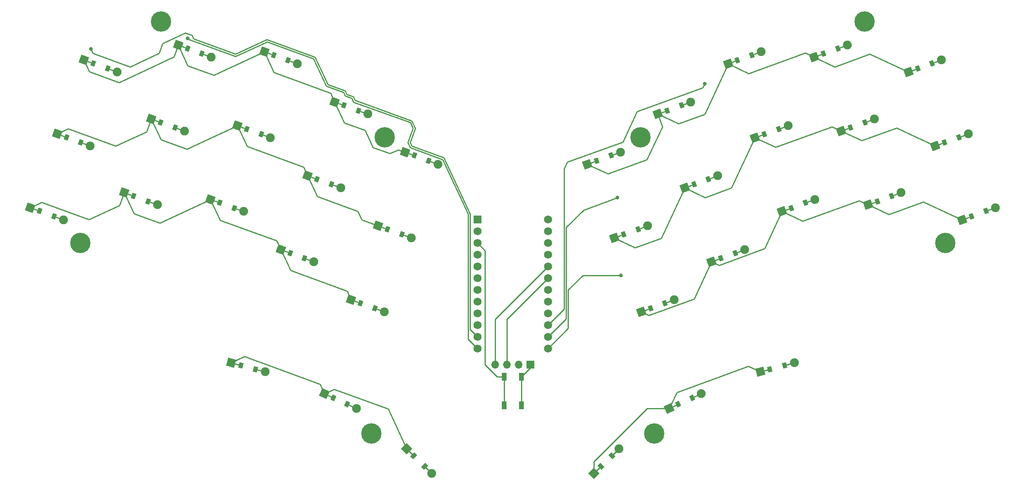
<source format=gbr>
%TF.GenerationSoftware,KiCad,Pcbnew,8.0.1*%
%TF.CreationDate,2024-04-14T13:59:04+09:00*%
%TF.ProjectId,lazyboy36,6c617a79-626f-4793-9336-2e6b69636164,v1.0.0*%
%TF.SameCoordinates,Original*%
%TF.FileFunction,Copper,L1,Top*%
%TF.FilePolarity,Positive*%
%FSLAX46Y46*%
G04 Gerber Fmt 4.6, Leading zero omitted, Abs format (unit mm)*
G04 Created by KiCad (PCBNEW 8.0.1) date 2024-04-14 13:59:04*
%MOMM*%
%LPD*%
G01*
G04 APERTURE LIST*
G04 Aperture macros list*
%AMRotRect*
0 Rectangle, with rotation*
0 The origin of the aperture is its center*
0 $1 length*
0 $2 width*
0 $3 Rotation angle, in degrees counterclockwise*
0 Add horizontal line*
21,1,$1,$2,0,0,$3*%
G04 Aperture macros list end*
%TA.AperFunction,SMDPad,CuDef*%
%ADD10R,1.100000X1.800000*%
%TD*%
%TA.AperFunction,ComponentPad*%
%ADD11RotRect,1.778000X1.778000X340.000000*%
%TD*%
%TA.AperFunction,SMDPad,CuDef*%
%ADD12RotRect,0.900000X1.200000X340.000000*%
%TD*%
%TA.AperFunction,ComponentPad*%
%ADD13C,1.905000*%
%TD*%
%TA.AperFunction,ComponentPad*%
%ADD14C,0.700000*%
%TD*%
%TA.AperFunction,ComponentPad*%
%ADD15C,4.400000*%
%TD*%
%TA.AperFunction,ComponentPad*%
%ADD16RotRect,1.778000X1.778000X20.000000*%
%TD*%
%TA.AperFunction,SMDPad,CuDef*%
%ADD17RotRect,0.900000X1.200000X20.000000*%
%TD*%
%TA.AperFunction,ComponentPad*%
%ADD18RotRect,1.778000X1.778000X25.000000*%
%TD*%
%TA.AperFunction,SMDPad,CuDef*%
%ADD19RotRect,0.900000X1.200000X25.000000*%
%TD*%
%TA.AperFunction,ComponentPad*%
%ADD20RotRect,1.778000X1.778000X45.000000*%
%TD*%
%TA.AperFunction,SMDPad,CuDef*%
%ADD21RotRect,0.900000X1.200000X45.000000*%
%TD*%
%TA.AperFunction,ComponentPad*%
%ADD22R,1.752600X1.752600*%
%TD*%
%TA.AperFunction,ComponentPad*%
%ADD23C,1.752600*%
%TD*%
%TA.AperFunction,ComponentPad*%
%ADD24RotRect,1.778000X1.778000X315.000000*%
%TD*%
%TA.AperFunction,SMDPad,CuDef*%
%ADD25RotRect,0.900000X1.200000X315.000000*%
%TD*%
%TA.AperFunction,ComponentPad*%
%ADD26RotRect,1.778000X1.778000X335.000000*%
%TD*%
%TA.AperFunction,SMDPad,CuDef*%
%ADD27RotRect,0.900000X1.200000X335.000000*%
%TD*%
%TA.AperFunction,ComponentPad*%
%ADD28RotRect,1.778000X1.778000X345.000000*%
%TD*%
%TA.AperFunction,SMDPad,CuDef*%
%ADD29RotRect,0.900000X1.200000X345.000000*%
%TD*%
%TA.AperFunction,ComponentPad*%
%ADD30R,1.700000X1.700000*%
%TD*%
%TA.AperFunction,ComponentPad*%
%ADD31O,1.700000X1.700000*%
%TD*%
%TA.AperFunction,ComponentPad*%
%ADD32RotRect,1.778000X1.778000X15.000000*%
%TD*%
%TA.AperFunction,SMDPad,CuDef*%
%ADD33RotRect,0.900000X1.200000X15.000000*%
%TD*%
%TA.AperFunction,ViaPad*%
%ADD34C,0.800000*%
%TD*%
%TA.AperFunction,Conductor*%
%ADD35C,0.250000*%
%TD*%
G04 APERTURE END LIST*
D10*
%TO.P,B1,1*%
%TO.N,GND*%
X157595730Y-169805495D03*
X157595726Y-176005492D03*
%TO.P,B1,2*%
%TO.N,RST*%
X153895734Y-169805498D03*
X153895730Y-176005495D03*
%TD*%
D11*
%TO.P,D2,1*%
%TO.N,P19*%
X57273094Y-117253912D03*
D12*
X59302831Y-117992675D03*
%TO.P,D2,2*%
%TO.N,pinky_home*%
X62403817Y-119121339D03*
D13*
X64433554Y-119860102D03*
%TD*%
D14*
%TO.P,_5,1*%
%TO.N,N/C*%
X230198802Y-93538899D03*
X230253885Y-92277248D03*
X231051974Y-94469975D03*
X232313625Y-94525058D03*
D15*
X231749293Y-92974567D03*
D14*
X231184961Y-91424076D03*
X232446612Y-91479159D03*
X233244701Y-93671886D03*
X233299784Y-92410235D03*
%TD*%
D16*
%TO.P,D19,1*%
%TO.N,P5*%
X252872252Y-135834884D03*
D17*
X254901989Y-135096119D03*
%TO.P,D19,2*%
%TO.N,mirror_pinky_bottom*%
X258002971Y-133967455D03*
D13*
X260032708Y-133228690D03*
%TD*%
D18*
%TO.P,D35,1*%
%TO.N,P6*%
X189549358Y-176701383D03*
D19*
X191506985Y-175788528D03*
%TO.P,D35,2*%
%TO.N,mirror_middle_cluster*%
X194497797Y-174393888D03*
D13*
X196455424Y-173481033D03*
%TD*%
D11*
%TO.P,D3,1*%
%TO.N,P20*%
X63087431Y-101279148D03*
D12*
X65117168Y-102017911D03*
%TO.P,D3,2*%
%TO.N,pinky_top*%
X68218154Y-103146575D03*
D13*
X70247891Y-103885338D03*
%TD*%
D20*
%TO.P,D36,1*%
%TO.N,P6*%
X173295897Y-190760373D03*
D21*
X174823250Y-189233024D03*
%TO.P,D36,2*%
%TO.N,mirror_inner_cluster*%
X177156700Y-186899570D03*
D13*
X178684053Y-185372221D03*
%TD*%
D16*
%TO.P,D20,1*%
%TO.N,P4*%
X247057918Y-119860114D03*
D17*
X249087655Y-119121349D03*
%TO.P,D20,2*%
%TO.N,mirror_pinky_home*%
X252188637Y-117992685D03*
D13*
X254218374Y-117253920D03*
%TD*%
D16*
%TO.P,D32,1*%
%TO.N,P4*%
X177689941Y-139787113D03*
D17*
X179719678Y-139048348D03*
%TO.P,D32,2*%
%TO.N,mirror_inner_home*%
X182820660Y-137919684D03*
D13*
X184850397Y-137180919D03*
%TD*%
D16*
%TO.P,D31,1*%
%TO.N,P5*%
X183504297Y-155761875D03*
D17*
X185534034Y-155023110D03*
%TO.P,D31,2*%
%TO.N,mirror_inner_bottom*%
X188635016Y-153894446D03*
D13*
X190664753Y-153155681D03*
%TD*%
D16*
%TO.P,D22,1*%
%TO.N,P5*%
X232537589Y-132594322D03*
D17*
X234567326Y-131855557D03*
%TO.P,D22,2*%
%TO.N,mirror_ring_bottom*%
X237668308Y-130726893D03*
D13*
X239698045Y-129988128D03*
%TD*%
D11*
%TO.P,D4,1*%
%TO.N,P18*%
X71793415Y-129988127D03*
D12*
X73823152Y-130726890D03*
%TO.P,D4,2*%
%TO.N,ring_bottom*%
X76924138Y-131855554D03*
D13*
X78953875Y-132594317D03*
%TD*%
D16*
%TO.P,D28,1*%
%TO.N,P5*%
X198708656Y-144907061D03*
D17*
X200738393Y-144168296D03*
%TO.P,D28,2*%
%TO.N,mirror_index_bottom*%
X203839375Y-143039632D03*
D13*
X205869112Y-142300867D03*
%TD*%
D22*
%TO.P,MCU1,1*%
%TO.N,RAW*%
X148125722Y-135790344D03*
D23*
%TO.P,MCU1,2*%
%TO.N,GND*%
X148125725Y-138330340D03*
%TO.P,MCU1,3*%
%TO.N,RST*%
X148125723Y-140870338D03*
%TO.P,MCU1,4*%
%TO.N,VCC*%
X148125725Y-143410340D03*
%TO.P,MCU1,5*%
%TO.N,P21*%
X148125723Y-145950339D03*
%TO.P,MCU1,6*%
%TO.N,P20*%
X148125723Y-148490340D03*
%TO.P,MCU1,7*%
%TO.N,P19*%
X148125724Y-151030340D03*
%TO.P,MCU1,8*%
%TO.N,P18*%
X148125723Y-153570339D03*
%TO.P,MCU1,9*%
%TO.N,P15*%
X148125727Y-156110339D03*
%TO.P,MCU1,10*%
%TO.N,P14*%
X148125723Y-158650342D03*
%TO.P,MCU1,11*%
%TO.N,P16*%
X148125720Y-161190342D03*
%TO.P,MCU1,12*%
%TO.N,P10*%
X148125724Y-163730340D03*
%TO.P,MCU1,13*%
%TO.N,P1*%
X163365722Y-135790340D03*
%TO.P,MCU1,14*%
%TO.N,P0*%
X163365726Y-138330338D03*
%TO.P,MCU1,15*%
%TO.N,GND*%
X163365723Y-140870338D03*
%TO.P,MCU1,16*%
X163365719Y-143410341D03*
%TO.P,MCU1,17*%
%TO.N,P2*%
X163365723Y-145950341D03*
%TO.P,MCU1,18*%
%TO.N,P3*%
X163365722Y-148490340D03*
%TO.P,MCU1,19*%
%TO.N,P4*%
X163365723Y-151030340D03*
%TO.P,MCU1,20*%
%TO.N,P5*%
X163365723Y-153570341D03*
%TO.P,MCU1,21*%
%TO.N,P6*%
X163365721Y-156110340D03*
%TO.P,MCU1,22*%
%TO.N,P7*%
X163365723Y-158650342D03*
%TO.P,MCU1,23*%
%TO.N,P8*%
X163365721Y-161190340D03*
%TO.P,MCU1,24*%
%TO.N,P9*%
X163365724Y-163730336D03*
%TD*%
D14*
%TO.P,_2,1*%
%TO.N,N/C*%
X60748638Y-140334568D03*
X61601811Y-139403495D03*
X60803726Y-141596220D03*
X62863463Y-139348407D03*
D15*
X62299131Y-140898900D03*
D14*
X61734799Y-142449393D03*
X63794536Y-140201580D03*
X62996451Y-142394305D03*
X63849624Y-141463232D03*
%TD*%
D11*
%TO.P,D9,1*%
%TO.N,P20*%
X102046673Y-99496485D03*
D12*
X104076410Y-100235248D03*
%TO.P,D9,2*%
%TO.N,middle_top*%
X107177396Y-101363912D03*
D13*
X109207133Y-102102675D03*
%TD*%
D24*
%TO.P,D18,1*%
%TO.N,P15*%
X132807418Y-185372216D03*
D25*
X134334767Y-186899569D03*
%TO.P,D18,2*%
%TO.N,inner_cluster*%
X136668221Y-189233019D03*
D13*
X138195570Y-190760372D03*
%TD*%
D11*
%TO.P,D8,1*%
%TO.N,P19*%
X96232321Y-115471256D03*
D12*
X98262058Y-116210019D03*
%TO.P,D8,2*%
%TO.N,middle_home*%
X101363044Y-117338683D03*
D13*
X103392781Y-118077446D03*
%TD*%
D16*
%TO.P,D27,1*%
%TO.N,P0*%
X202284345Y-102102682D03*
D17*
X204314082Y-101363917D03*
%TO.P,D27,2*%
%TO.N,mirror_middle_top*%
X207415064Y-100235253D03*
D13*
X209444801Y-99496488D03*
%TD*%
D16*
%TO.P,D29,1*%
%TO.N,P4*%
X192894312Y-128932288D03*
D17*
X194924049Y-128193523D03*
%TO.P,D29,2*%
%TO.N,mirror_index_home*%
X198025031Y-127064859D03*
D13*
X200054768Y-126326094D03*
%TD*%
D16*
%TO.P,D24,1*%
%TO.N,P0*%
X220908898Y-100644791D03*
D17*
X222938635Y-99906026D03*
%TO.P,D24,2*%
%TO.N,mirror_ring_top*%
X226039617Y-98777362D03*
D13*
X228069354Y-98038597D03*
%TD*%
D11*
%TO.P,D14,1*%
%TO.N,P19*%
X126641059Y-137180913D03*
D12*
X128670796Y-137919676D03*
%TO.P,D14,2*%
%TO.N,inner_home*%
X131771782Y-139048340D03*
D13*
X133801519Y-139787103D03*
%TD*%
D26*
%TO.P,D17,1*%
%TO.N,P15*%
X115036043Y-173481036D03*
D27*
X116993667Y-174393893D03*
%TO.P,D17,2*%
%TO.N,middle_cluster*%
X119984483Y-175788531D03*
D13*
X121942107Y-176701388D03*
%TD*%
D11*
%TO.P,D13,1*%
%TO.N,P18*%
X120826717Y-153155688D03*
D12*
X122856454Y-153894451D03*
%TO.P,D13,2*%
%TO.N,inner_bottom*%
X125957440Y-155023115D03*
D13*
X127987177Y-155761878D03*
%TD*%
D28*
%TO.P,D16,1*%
%TO.N,P15*%
X94895174Y-166777329D03*
D29*
X96981573Y-167336378D03*
%TO.P,D16,2*%
%TO.N,outer_cluster*%
X100169129Y-168190478D03*
D13*
X102255528Y-168749527D03*
%TD*%
D11*
%TO.P,D11,1*%
%TO.N,P19*%
X111436688Y-126326077D03*
D12*
X113466425Y-127064840D03*
%TO.P,D11,2*%
%TO.N,index_home*%
X116567411Y-128193504D03*
D13*
X118597148Y-128932267D03*
%TD*%
D11*
%TO.P,D1,1*%
%TO.N,P18*%
X51458747Y-133228697D03*
D12*
X53488484Y-133967460D03*
%TO.P,D1,2*%
%TO.N,pinky_bottom*%
X56589470Y-135096124D03*
D13*
X58619207Y-135834887D03*
%TD*%
D16*
%TO.P,D23,1*%
%TO.N,P4*%
X226723247Y-116619544D03*
D17*
X228752984Y-115880779D03*
%TO.P,D23,2*%
%TO.N,mirror_ring_home*%
X231853966Y-114752115D03*
D13*
X233883703Y-114013350D03*
%TD*%
D16*
%TO.P,D30,1*%
%TO.N,P0*%
X187079969Y-112957495D03*
D17*
X189109706Y-112218730D03*
%TO.P,D30,2*%
%TO.N,mirror_index_top*%
X192210688Y-111090066D03*
D13*
X194240425Y-110351301D03*
%TD*%
D16*
%TO.P,D21,1*%
%TO.N,P0*%
X241243573Y-103885329D03*
D17*
X243273310Y-103146564D03*
%TO.P,D21,2*%
%TO.N,mirror_pinky_top*%
X246374292Y-102017900D03*
D13*
X248404029Y-101279135D03*
%TD*%
D30*
%TO.P,OLED1,1*%
%TO.N,GND*%
X159545735Y-167160318D03*
D31*
%TO.P,OLED1,2*%
%TO.N,VCC*%
X157005737Y-167160316D03*
%TO.P,OLED1,3*%
%TO.N,P3*%
X154465736Y-167160319D03*
%TO.P,OLED1,4*%
%TO.N,P2*%
X151925734Y-167160315D03*
%TD*%
D14*
%TO.P,_1,1*%
%TO.N,N/C*%
X78191675Y-92410243D03*
X79044848Y-91479170D03*
X78246763Y-93671895D03*
X80306500Y-91424082D03*
D15*
X79742168Y-92974575D03*
D14*
X79177836Y-94525068D03*
X81237573Y-92277255D03*
X80439488Y-94469980D03*
X81292661Y-93538907D03*
%TD*%
D11*
%TO.P,D12,1*%
%TO.N,P20*%
X117251023Y-110351311D03*
D12*
X119280760Y-111090074D03*
%TO.P,D12,2*%
%TO.N,index_top*%
X122381746Y-112218738D03*
D13*
X124411483Y-112957501D03*
%TD*%
D11*
%TO.P,D7,1*%
%TO.N,P18*%
X90417980Y-131446024D03*
D12*
X92447717Y-132184787D03*
%TO.P,D7,2*%
%TO.N,middle_bottom*%
X95548703Y-133313451D03*
D13*
X97578440Y-134052214D03*
%TD*%
D16*
%TO.P,D33,1*%
%TO.N,P0*%
X171875605Y-123812318D03*
D17*
X173905342Y-123073553D03*
%TO.P,D33,2*%
%TO.N,mirror_inner_top*%
X177006324Y-121944889D03*
D13*
X179036061Y-121206124D03*
%TD*%
D14*
%TO.P,_4,1*%
%TO.N,N/C*%
X123671277Y-181369525D03*
X123616195Y-182631175D03*
X124602354Y-180516354D03*
X125864004Y-180571436D03*
D15*
X125166685Y-182066844D03*
D14*
X124469366Y-183562252D03*
X125731016Y-183617334D03*
X126717175Y-181502513D03*
X126662093Y-182764163D03*
%TD*%
%TO.P,_3,1*%
%TO.N,N/C*%
X126540926Y-117457172D03*
X127394099Y-116526099D03*
X126596014Y-118718824D03*
X128655751Y-116471011D03*
D15*
X128091419Y-118021504D03*
D14*
X127527087Y-119571997D03*
X129586824Y-117324184D03*
X128788739Y-119516909D03*
X129641912Y-118585836D03*
%TD*%
%TO.P,_6,1*%
%TO.N,N/C*%
X247641830Y-141463225D03*
X247696913Y-140201574D03*
X248495002Y-142394301D03*
X249756653Y-142449384D03*
D15*
X249192321Y-140898893D03*
D14*
X248627989Y-139348402D03*
X249889640Y-139403485D03*
X250687729Y-141596212D03*
X250742812Y-140334561D03*
%TD*%
D16*
%TO.P,D25,1*%
%TO.N,P5*%
X213913024Y-134052224D03*
D17*
X215942761Y-133313459D03*
%TO.P,D25,2*%
%TO.N,mirror_middle_bottom*%
X219043743Y-132184795D03*
D13*
X221073480Y-131446030D03*
%TD*%
D11*
%TO.P,D10,1*%
%TO.N,P18*%
X105622342Y-142300863D03*
D12*
X107652079Y-143039626D03*
%TO.P,D10,2*%
%TO.N,index_bottom*%
X110753065Y-144168290D03*
D13*
X112782802Y-144907053D03*
%TD*%
D11*
%TO.P,D5,1*%
%TO.N,P19*%
X77607751Y-114013359D03*
D12*
X79637488Y-114752122D03*
%TO.P,D5,2*%
%TO.N,ring_home*%
X82738474Y-115880786D03*
D13*
X84768211Y-116619549D03*
%TD*%
D11*
%TO.P,D15,1*%
%TO.N,P20*%
X132455398Y-121206137D03*
D12*
X134485135Y-121944900D03*
%TO.P,D15,2*%
%TO.N,inner_top*%
X137586121Y-123073564D03*
D13*
X139615858Y-123812327D03*
%TD*%
D14*
%TO.P,_8,1*%
%TO.N,N/C*%
X184829380Y-182764170D03*
X184774293Y-181502518D03*
X185760454Y-183617343D03*
X185627466Y-180571444D03*
D15*
X186324786Y-182066850D03*
D14*
X187022106Y-183562256D03*
X186889118Y-180516357D03*
X187875279Y-182631182D03*
X187820192Y-181369530D03*
%TD*%
D11*
%TO.P,D6,1*%
%TO.N,P20*%
X83422103Y-98038594D03*
D12*
X85451840Y-98777357D03*
%TO.P,D6,2*%
%TO.N,ring_top*%
X88552826Y-99906021D03*
D13*
X90582563Y-100644784D03*
%TD*%
D16*
%TO.P,D26,1*%
%TO.N,P4*%
X208098674Y-118077446D03*
D17*
X210128411Y-117338681D03*
%TO.P,D26,2*%
%TO.N,mirror_middle_home*%
X213229393Y-116210017D03*
D13*
X215259130Y-115471252D03*
%TD*%
D14*
%TO.P,_7,1*%
%TO.N,N/C*%
X181849545Y-118585843D03*
X181904628Y-117324192D03*
X182702717Y-119516919D03*
X183964368Y-119572002D03*
D15*
X183400036Y-118021511D03*
D14*
X182835704Y-116471020D03*
X184097355Y-116526103D03*
X184895444Y-118718830D03*
X184950527Y-117457179D03*
%TD*%
D32*
%TO.P,D34,1*%
%TO.N,P6*%
X209235946Y-168749516D03*
D33*
X211322347Y-168190465D03*
%TO.P,D34,2*%
%TO.N,mirror_outer_cluster*%
X214509899Y-167336363D03*
D13*
X216596300Y-166777312D03*
%TD*%
D34*
%TO.N,P16*%
X64601807Y-98916621D03*
%TO.N,P10*%
X85495802Y-96624561D03*
%TO.N,P7*%
X197206957Y-106405422D03*
%TO.N,P8*%
X178326862Y-131072326D03*
%TO.N,P9*%
X179148808Y-147906511D03*
%TD*%
D35*
%TO.N,P16*%
X115814015Y-106595310D02*
X113034837Y-100635350D01*
X73054550Y-102738091D02*
X65020177Y-99813826D01*
X80106196Y-97690483D02*
X79334944Y-99809496D01*
X113034837Y-100635350D02*
X102612319Y-96841856D01*
X121654427Y-109998057D02*
X121295824Y-109229028D01*
X146556252Y-159620868D02*
X146974672Y-160039292D01*
X134675074Y-116028683D02*
X133949736Y-114473190D01*
X95819243Y-100009527D02*
X86743139Y-96706093D01*
X102612319Y-96841856D02*
X95819243Y-100009527D01*
X84970283Y-95422322D02*
X80106196Y-97690483D01*
X133546408Y-119129670D02*
X134675074Y-116028683D01*
X133949736Y-114473190D02*
X121654427Y-109998057D01*
X148125725Y-161190337D02*
X146974672Y-160039292D01*
X86743139Y-96706093D02*
X86384532Y-95937069D01*
X65020177Y-99813826D02*
X64601807Y-98916621D01*
X79334944Y-99809496D02*
X73054550Y-102738091D01*
X121295824Y-109229028D02*
X119884402Y-108715324D01*
X119525797Y-107946291D02*
X115814015Y-106595310D01*
X119884402Y-108715324D02*
X119525797Y-107946291D01*
X146556250Y-134564347D02*
X146556252Y-159620868D01*
X146556250Y-134564347D02*
X140897589Y-122429307D01*
X140897589Y-122429307D02*
X133896878Y-119881257D01*
X133896878Y-119881257D02*
X133546408Y-119129670D01*
X86384532Y-95937069D02*
X84970283Y-95422322D01*
%TO.N,pinky_bottom*%
X58619206Y-135834881D02*
X56589474Y-135096120D01*
%TO.N,pinky_home*%
X64433546Y-119860105D02*
X62403809Y-119121352D01*
%TO.N,pinky_top*%
X70247892Y-103885335D02*
X68218155Y-103146570D01*
%TO.N,P10*%
X119183953Y-108300757D02*
X115484950Y-106954421D01*
X148125724Y-163730333D02*
X146069641Y-161674251D01*
X112705772Y-100994459D02*
X102633563Y-97328471D01*
X133574089Y-120253818D02*
X133059791Y-119150912D01*
X102633563Y-97328471D02*
X95840490Y-100496135D01*
X115484950Y-106954421D02*
X112705772Y-100994459D01*
X133059791Y-119150912D02*
X134188463Y-116049921D01*
X121310698Y-110351831D02*
X120952094Y-109582804D01*
X140574796Y-122801866D02*
X133574089Y-120253818D01*
X119542556Y-109069778D02*
X119183953Y-108300757D01*
X146069639Y-134585593D02*
X140574796Y-122801866D01*
X146069641Y-161674251D02*
X146069639Y-134585593D01*
X133620670Y-114832292D02*
X121310698Y-110351831D01*
X85555565Y-96752737D02*
X85495802Y-96624561D01*
X134188463Y-116049921D02*
X133620670Y-114832292D01*
X120952094Y-109582804D02*
X119542556Y-109069778D01*
X95840490Y-100496135D02*
X85555565Y-96752737D01*
%TO.N,ring_bottom*%
X78953876Y-132594327D02*
X76924147Y-131855557D01*
%TO.N,ring_home*%
X84768211Y-116619550D02*
X82738476Y-115880786D01*
%TO.N,ring_top*%
X90582558Y-100644782D02*
X88552826Y-99906013D01*
%TO.N,P7*%
X182563256Y-112450351D02*
X179515128Y-118987086D01*
X179515128Y-118987086D02*
X167487060Y-123364946D01*
X166829622Y-124774829D02*
X166829622Y-155186440D01*
X196805357Y-107266650D02*
X182563256Y-112450351D01*
X167487060Y-123364946D02*
X166829622Y-124774829D01*
X166829622Y-155186440D02*
X163365724Y-158650341D01*
X197206957Y-106405422D02*
X196805357Y-107266650D01*
%TO.N,middle_bottom*%
X97578444Y-134052220D02*
X95548705Y-133313455D01*
%TO.N,middle_home*%
X103392779Y-118077453D02*
X101363042Y-117338675D01*
%TO.N,middle_top*%
X109207126Y-102102673D02*
X107177395Y-101363911D01*
%TO.N,P8*%
X178326862Y-131072326D02*
X171044244Y-133722983D01*
X171044244Y-133722983D02*
X167279624Y-137487607D01*
X167279624Y-137487607D02*
X167279623Y-157276435D01*
X167279623Y-157276435D02*
X163365719Y-161190337D01*
%TO.N,index_bottom*%
X112782813Y-144907050D02*
X110753067Y-144168288D01*
%TO.N,index_home*%
X118597148Y-128932268D02*
X116567409Y-128193508D01*
%TO.N,index_top*%
X124411502Y-112957508D02*
X122381753Y-112218740D01*
%TO.N,P9*%
X167729622Y-159366433D02*
X163365725Y-163730331D01*
X167729622Y-151068064D02*
X167729622Y-159366433D01*
X170891175Y-147906515D02*
X167729622Y-151068064D01*
X179148808Y-147906511D02*
X170891175Y-147906515D01*
%TO.N,inner_bottom*%
X127987172Y-155761871D02*
X125957441Y-155023113D01*
%TO.N,inner_home*%
X133801513Y-139787094D02*
X131771780Y-139048335D01*
%TO.N,inner_top*%
X139615860Y-123812330D02*
X137586122Y-123073560D01*
%TO.N,outer_cluster*%
X102255518Y-168749530D02*
X100169122Y-168190481D01*
%TO.N,middle_cluster*%
X121942113Y-176701380D02*
X119984485Y-175788524D01*
X119984485Y-175788524D02*
X119984485Y-175788528D01*
%TO.N,inner_cluster*%
X138195569Y-190760376D02*
X136668220Y-189233022D01*
%TO.N,mirror_pinky_bottom*%
X260032713Y-133228692D02*
X258002969Y-133967458D01*
%TO.N,mirror_pinky_home*%
X254218369Y-117253925D02*
X254218378Y-117253923D01*
X252188637Y-117992688D02*
X254218369Y-117253925D01*
%TO.N,mirror_pinky_top*%
X248404027Y-101279136D02*
X246374297Y-102017901D01*
%TO.N,mirror_ring_bottom*%
X239698041Y-129988133D02*
X237668308Y-130726890D01*
X237668308Y-130726890D02*
X237668308Y-130726897D01*
%TO.N,mirror_ring_home*%
X233883707Y-114013363D02*
X233883706Y-114013358D01*
X231853967Y-114752123D02*
X233883707Y-114013363D01*
%TO.N,mirror_ring_top*%
X228069351Y-98038595D02*
X226039624Y-98777358D01*
X226039624Y-98777358D02*
X226039614Y-98777358D01*
%TO.N,mirror_middle_bottom*%
X221073478Y-131446030D02*
X219043743Y-132184795D01*
%TO.N,mirror_middle_home*%
X213229403Y-116210028D02*
X215259131Y-115471253D01*
%TO.N,mirror_middle_top*%
X209444795Y-99496489D02*
X207415063Y-100235248D01*
%TO.N,mirror_index_bottom*%
X205869108Y-142300863D02*
X203839377Y-143039630D01*
%TO.N,mirror_index_home*%
X198025029Y-127064859D02*
X200054766Y-126326100D01*
X200054766Y-126326100D02*
X200054769Y-126326096D01*
%TO.N,mirror_index_top*%
X194240425Y-110351301D02*
X192210687Y-111090070D01*
%TO.N,mirror_inner_bottom*%
X190664748Y-153155678D02*
X188635016Y-153894443D01*
X188635016Y-153894443D02*
X188635019Y-153894448D01*
%TO.N,mirror_inner_home*%
X182820669Y-137919672D02*
X182820665Y-137919687D01*
X184850405Y-137180914D02*
X182820669Y-137919672D01*
%TO.N,mirror_inner_top*%
X179036061Y-121206128D02*
X177006331Y-121944893D01*
%TO.N,mirror_outer_cluster*%
X216596306Y-166777319D02*
X214509904Y-167336370D01*
%TO.N,mirror_middle_cluster*%
X196455417Y-173481028D02*
X194497799Y-174393891D01*
%TO.N,mirror_inner_cluster*%
X178684040Y-185372216D02*
X177156699Y-186899565D01*
%TO.N,P18*%
X92516101Y-135945457D02*
X90417986Y-131446024D01*
X73891536Y-134487554D02*
X79509991Y-136532513D01*
X64136413Y-135832191D02*
X70796759Y-132726413D01*
X51458751Y-133228697D02*
X53880579Y-132099377D01*
X105622343Y-142300863D02*
X104732108Y-140391721D01*
X79509991Y-136532513D02*
X90417986Y-131446024D01*
X104732108Y-140391721D02*
X92516101Y-135945457D01*
X73823159Y-130726901D02*
X71793414Y-129988133D01*
X107652089Y-143039630D02*
X105622343Y-142300863D01*
X122856450Y-153894451D02*
X120826712Y-153155681D01*
X107720453Y-146800279D02*
X105622343Y-142300863D01*
X92447722Y-132184797D02*
X90417986Y-131446024D01*
X53488487Y-133967455D02*
X51458751Y-133228697D01*
X53880579Y-132099377D02*
X64136413Y-135832191D01*
X120826712Y-153155681D02*
X119936462Y-151246542D01*
X70796759Y-132726413D02*
X71793414Y-129988133D01*
X71793414Y-129988133D02*
X73891536Y-134487554D01*
X119936462Y-151246542D02*
X107720453Y-146800279D01*
%TO.N,P19*%
X85324340Y-120557736D02*
X79705866Y-118512778D01*
X98262057Y-116210021D02*
X96232326Y-115471261D01*
X110546436Y-124416942D02*
X98330436Y-119970683D01*
X79705866Y-118512778D02*
X77607761Y-114013361D01*
X113534798Y-130825507D02*
X111436691Y-126326086D01*
X122267437Y-134003927D02*
X113534798Y-130825507D01*
X59302828Y-117992683D02*
X57273092Y-117253922D01*
X123157697Y-135913067D02*
X122267437Y-134003927D01*
X126641065Y-137180912D02*
X123157697Y-135913067D01*
X128670798Y-137919679D02*
X126641065Y-137180912D01*
X113466428Y-127064844D02*
X111436691Y-126326086D01*
X59630833Y-116154492D02*
X69933642Y-119904416D01*
X76593991Y-116798642D02*
X77607761Y-114013361D01*
X98330436Y-119970683D02*
X96232326Y-115471261D01*
X96232326Y-115471261D02*
X85324340Y-120557736D01*
X111436691Y-126326086D02*
X110546436Y-124416942D01*
X79637484Y-114752118D02*
X77607761Y-114013361D01*
X57273092Y-117253922D02*
X59630833Y-116154492D01*
X69933642Y-119904416D02*
X76593991Y-116798642D01*
%TO.N,P20*%
X123806187Y-116472958D02*
X119349148Y-114850733D01*
X65117167Y-102017904D02*
X63087445Y-101279139D01*
X117251032Y-110351315D02*
X116360789Y-108442173D01*
X119280771Y-111090079D02*
X117251032Y-110351315D01*
X91138689Y-104582965D02*
X85520208Y-102538000D01*
X125539436Y-120189926D02*
X123806187Y-116472958D01*
X134485139Y-121944905D02*
X132455400Y-121206133D01*
X132455400Y-121206133D02*
X131012056Y-120680804D01*
X64260067Y-103793878D02*
X63087433Y-101279142D01*
X70640596Y-106116196D02*
X82493846Y-100588939D01*
X83422096Y-98038586D02*
X82493846Y-100588939D01*
X116360789Y-108442173D02*
X104144788Y-103995907D01*
X104144788Y-103995907D02*
X102046671Y-99496474D01*
X85520208Y-102538000D02*
X83422096Y-98038586D01*
X129204235Y-121523806D02*
X125539436Y-120189926D01*
X85451841Y-98777352D02*
X83422096Y-98038586D01*
X70640596Y-106116196D02*
X64260067Y-103793878D01*
X119349148Y-114850733D02*
X117251032Y-110351315D01*
X102046671Y-99496474D02*
X91138689Y-104582965D01*
X131012056Y-120680804D02*
X129204235Y-121523806D01*
X104076416Y-100235259D02*
X102046671Y-99496474D01*
%TO.N,P15*%
X128793736Y-176764851D02*
X117111941Y-172513021D01*
X134334760Y-186899569D02*
X132807423Y-185372214D01*
X132807423Y-185372214D02*
X132807424Y-185372220D01*
X115036044Y-173481030D02*
X115036047Y-173481030D01*
X116993668Y-174393892D02*
X115036044Y-173481030D01*
X132807424Y-185372222D02*
X128793736Y-176764851D01*
X117111941Y-172513021D02*
X115036045Y-173481036D01*
X114068026Y-171405132D02*
X97726214Y-165457193D01*
X97726214Y-165457193D02*
X94895165Y-166777335D01*
X96981567Y-167336376D02*
X94895162Y-166777334D01*
X115036045Y-173481036D02*
X114068026Y-171405132D01*
%TO.N,P5*%
X244531957Y-131945745D02*
X237014412Y-134681907D01*
X218389844Y-136139801D02*
X213913025Y-134052225D01*
X215942758Y-133313459D02*
X213913026Y-134052221D01*
X230605846Y-131693537D02*
X218389844Y-136139801D01*
X234567322Y-131855556D02*
X232537591Y-132594322D01*
X210161131Y-142098186D02*
X213913025Y-134052225D01*
X183504300Y-155761880D02*
X185141682Y-156525401D01*
X213913026Y-134052221D02*
X213913025Y-134052225D01*
X194956770Y-152953010D02*
X198708654Y-144907062D01*
X237014412Y-134681907D02*
X232537589Y-132594327D01*
X198708654Y-144907062D02*
X200346041Y-145670583D01*
X200346041Y-145670583D02*
X210161131Y-142098186D01*
X185141682Y-156525401D02*
X194956770Y-152953010D01*
X200738390Y-144168297D02*
X198708657Y-144907061D01*
X232537591Y-132594322D02*
X232537589Y-132594327D01*
X183504299Y-155761875D02*
X183504300Y-155761880D01*
X252872255Y-135834890D02*
X252872256Y-135834893D01*
X254901988Y-135096117D02*
X252872255Y-135834890D01*
X232537589Y-132594327D02*
X230605846Y-131693537D01*
X252872256Y-135834893D02*
X244531957Y-131945745D01*
X198708657Y-144907061D02*
X198708654Y-144907062D01*
X185534033Y-155023110D02*
X183504299Y-155761875D01*
%TO.N,P4*%
X203022735Y-128962841D02*
X208098677Y-118077449D01*
X177689952Y-139787105D02*
X177689948Y-139787102D01*
X179719680Y-139048337D02*
X177689952Y-139787105D01*
X197371120Y-131019855D02*
X203022735Y-128962841D01*
X247057915Y-119860115D02*
X238717612Y-115970966D01*
X192894315Y-128932291D02*
X197371120Y-131019855D01*
X194924048Y-128193521D02*
X194924049Y-128193521D01*
X249087649Y-119121353D02*
X249087656Y-119121349D01*
X187818378Y-139817667D02*
X192894315Y-128932291D01*
X212575501Y-120165028D02*
X208098677Y-118077449D01*
X224791515Y-115718764D02*
X212575501Y-120165028D01*
X226723249Y-116619553D02*
X224791515Y-115718764D01*
X238717612Y-115970966D02*
X231200075Y-118707130D01*
X177689948Y-139787102D02*
X182166763Y-141874681D01*
X182166763Y-141874681D02*
X187818378Y-139817667D01*
X210128414Y-117338690D02*
X210128407Y-117338680D01*
X247057915Y-119860115D02*
X249087649Y-119121353D01*
X208098677Y-118077449D02*
X210128414Y-117338690D01*
X192894315Y-128932291D02*
X194924048Y-128193521D01*
X228752988Y-115880786D02*
X228752989Y-115880783D01*
X226723249Y-116619553D02*
X228752988Y-115880786D01*
X231200075Y-118707130D02*
X226723249Y-116619553D01*
%TO.N,P0*%
X202284342Y-102102689D02*
X197208408Y-112988061D01*
X171875605Y-123812318D02*
X171875607Y-123812323D01*
X191556800Y-115045084D02*
X187079972Y-112957493D01*
X188074950Y-115691190D02*
X187079972Y-112957493D01*
X222938639Y-99906018D02*
X220908905Y-100644781D01*
X220908899Y-100644785D02*
X218977154Y-99743993D01*
X204314078Y-101363919D02*
X202284344Y-102102680D01*
X176352437Y-125899898D02*
X184737711Y-122847903D01*
X171875607Y-123812323D02*
X176352437Y-125899898D01*
X197208408Y-112988061D02*
X191556800Y-115045084D01*
X173905344Y-123073552D02*
X171875605Y-123812318D01*
X241243577Y-103885329D02*
X232903281Y-99996191D01*
X184737711Y-122847903D02*
X188074950Y-115691190D01*
X202284344Y-102102680D02*
X202284342Y-102102689D01*
X241243576Y-103885326D02*
X241243577Y-103885329D01*
X220908905Y-100644781D02*
X220908899Y-100644785D01*
X218977154Y-99743993D02*
X206761154Y-104190256D01*
X189109702Y-112218736D02*
X187079971Y-112957491D01*
X225385715Y-102732358D02*
X220908899Y-100644785D01*
X206761154Y-104190256D02*
X202284342Y-102102689D01*
X187079971Y-112957491D02*
X187079972Y-112957493D01*
X243273310Y-103146563D02*
X241243576Y-103885326D01*
X232903281Y-99996191D02*
X225385715Y-102732358D01*
%TO.N,P6*%
X174823246Y-189233017D02*
X173295894Y-190760373D01*
X191193791Y-173174896D02*
X189549357Y-176701378D01*
X211322347Y-168190464D02*
X209235950Y-168749522D01*
X184764712Y-176701383D02*
X189549360Y-176701380D01*
X209235951Y-168749523D02*
X206656764Y-167546827D01*
X191506986Y-175788524D02*
X189549360Y-176701381D01*
X173295895Y-188170194D02*
X184764712Y-176701383D01*
X173295894Y-190760373D02*
X173295895Y-188170194D01*
X206656764Y-167546827D02*
X191193791Y-173174896D01*
%TO.N,GND*%
X157595732Y-169805497D02*
X157595729Y-176005493D01*
X157595732Y-169805497D02*
X159545735Y-167855491D01*
X159545735Y-167855491D02*
X159545741Y-167160321D01*
%TO.N,RST*%
X149782409Y-142527014D02*
X148125725Y-140870331D01*
X153895728Y-176005496D02*
X153895729Y-169805502D01*
X149782408Y-167212383D02*
X149782409Y-142527014D01*
X153895737Y-169805500D02*
X152375527Y-169805502D01*
X152375527Y-169805502D02*
X149782408Y-167212383D01*
X153895729Y-169805502D02*
X153895737Y-169805500D01*
%TO.N,P2*%
X151925736Y-167160319D02*
X151925733Y-157390321D01*
X151925733Y-157390321D02*
X163365720Y-145950337D01*
%TO.N,P3*%
X154465733Y-157390317D02*
X163365724Y-148490339D01*
X154465735Y-167160325D02*
X154465733Y-157390317D01*
%TD*%
M02*

</source>
